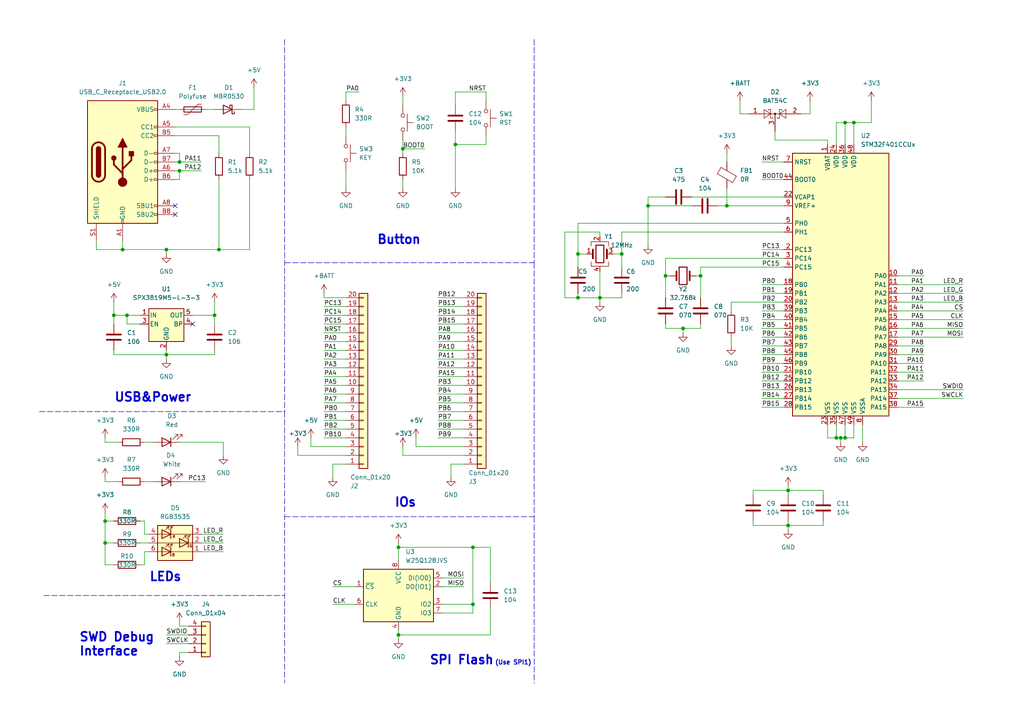
<source format=kicad_sch>
(kicad_sch (version 20211123) (generator eeschema)
  (paper "A4")
  (title_block (title "F401CCU6_Dev") (rev "V0.1") (company "LEXSION.NET"))
  (lib_symbols
    (symbol "Connector:USB_C_Receptacle_USB2.0" (pin_names (offset 1.016))
      (property "Reference" "J" (at -10.16 19.05 0))
      (property "Value" "USB_C_Receptacle_USB2.0" (at 19.05 19.05 0))
      (symbol "USB_C_Receptacle_USB2.0_1_1"
        (pin passive line (at 0 -22.86 90) (length 5.08) (name "GND") (number "A1"))
        (pin passive line (at 0 -22.86 90) (length 5.08) hide (name "GND") (number "A12"))
        (pin passive line (at 15.24 15.24 180) (length 5.08) (name "VBUS") (number "A4"))
        (pin bidirectional line (at 15.24 10.16 180) (length 5.08) (name "CC1") (number "A5"))
        (pin bidirectional line (at 15.24 -2.54 180) (length 5.08) (name "D+") (number "A6"))
        (pin bidirectional line (at 15.24 2.54 180) (length 5.08) (name "D-") (number "A7"))
        (pin bidirectional line (at 15.24 -12.7 180) (length 5.08) (name "SBU1") (number "A8"))
        (pin passive line (at 15.24 15.24 180) (length 5.08) hide (name "VBUS") (number "A9"))
        (pin passive line (at 0 -22.86 90) (length 5.08) hide (name "GND") (number "B1"))
        (pin passive line (at 0 -22.86 90) (length 5.08) hide (name "GND") (number "B12"))
        (pin passive line (at 15.24 15.24 180) (length 5.08) hide (name "VBUS") (number "B4"))
        (pin bidirectional line (at 15.24 7.62 180) (length 5.08) (name "CC2") (number "B5"))
        (pin bidirectional line (at 15.24 -5.08 180) (length 5.08) (name "D+") (number "B6"))
        (pin bidirectional line (at 15.24 0 180) (length 5.08) (name "D-") (number "B7"))
        (pin bidirectional line (at 15.24 -15.24 180) (length 5.08) (name "SBU2") (number "B8"))
        (pin passive line (at 15.24 15.24 180) (length 5.08) hide (name "VBUS") (number "B9"))
        (pin passive line (at -7.62 -22.86 90) (length 5.08) (name "SHIELD") (number "S1"))
      )
    )
    (symbol "Connector_Generic:Conn_01x04" (pin_names (offset 1.016) hide)
      (property "Reference" "J" (at 0 5.08 0))
      (property "Value" "Conn_01x04" (at 0 -7.62 0))
      (symbol "Conn_01x04_1_1"
        (pin passive line (at -5.08 2.54 0) (length 3.81) (name "Pin_1") (number "1"))
        (pin passive line (at -5.08 0 0) (length 3.81) (name "Pin_2") (number "2"))
        (pin passive line (at -5.08 -2.54 0) (length 3.81) (name "Pin_3") (number "3"))
        (pin passive line (at -5.08 -5.08 0) (length 3.81) (name "Pin_4") (number "4"))
      )
    )
    (symbol "Connector_Generic:Conn_01x20" (pin_names (offset 1.016) hide)
      (property "Reference" "J" (at 0 25.4 0))
      (property "Value" "Conn_01x20" (at 0 -27.94 0))
      (symbol "Conn_01x20_1_1"
        (pin passive line (at -5.08 22.86 0) (length 3.81) (name "Pin_1") (number "1"))
        (pin passive line (at -5.08 0 0) (length 3.81) (name "Pin_10") (number "10"))
        (pin passive line (at -5.08 -2.54 0) (length 3.81) (name "Pin_11") (number "11"))
        (pin passive line (at -5.08 -5.08 0) (length 3.81) (name "Pin_12") (number "12"))
        (pin passive line (at -5.08 -7.62 0) (length 3.81) (name "Pin_13") (number "13"))
        (pin passive line (at -5.08 -10.16 0) (length 3.81) (name "Pin_14") (number "14"))
        (pin passive line (at -5.08 -12.7 0) (length 3.81) (name "Pin_15") (number "15"))
        (pin passive line (at -5.08 -15.24 0) (length 3.81) (name "Pin_16") (number "16"))
        (pin passive line (at -5.08 -17.78 0) (length 3.81) (name "Pin_17") (number "17"))
        (pin passive line (at -5.08 -20.32 0) (length 3.81) (name "Pin_18") (number "18"))
        (pin passive line (at -5.08 -22.86 0) (length 3.81) (name "Pin_19") (number "19"))
        (pin passive line (at -5.08 20.32 0) (length 3.81) (name "Pin_2") (number "2"))
        (pin passive line (at -5.08 -25.4 0) (length 3.81) (name "Pin_20") (number "20"))
        (pin passive line (at -5.08 17.78 0) (length 3.81) (name "Pin_3") (number "3"))
        (pin passive line (at -5.08 15.24 0) (length 3.81) (name "Pin_4") (number "4"))
        (pin passive line (at -5.08 12.7 0) (length 3.81) (name "Pin_5") (number "5"))
        (pin passive line (at -5.08 10.16 0) (length 3.81) (name "Pin_6") (number "6"))
        (pin passive line (at -5.08 7.62 0) (length 3.81) (name "Pin_7") (number "7"))
        (pin passive line (at -5.08 5.08 0) (length 3.81) (name "Pin_8") (number "8"))
        (pin passive line (at -5.08 2.54 0) (length 3.81) (name "Pin_9") (number "9"))
      )
    )
    (symbol "Device:C" (pin_numbers hide) (pin_names (offset 0.254))
      (property "Reference" "C" (at 0.635 2.54 0))
      (property "Value" "C" (at 0.635 -2.54 0))
      (symbol "C_1_1"
        (pin passive line (at 0 3.81 270) (length 2.794) (name "~") (number "1"))
        (pin passive line (at 0 -3.81 90) (length 2.794) (name "~") (number "2"))
      )
    )
    (symbol "Device:Crystal" (pin_numbers hide) (pin_names (offset 1.016) hide)
      (property "Reference" "Y" (at 0 3.81 0))
      (property "Value" "Crystal" (at 0 -3.81 0))
      (symbol "Crystal_1_1"
        (pin passive line (at -3.81 0 0) (length 1.27) (name "1") (number "1"))
        (pin passive line (at 3.81 0 180) (length 1.27) (name "2") (number "2"))
      )
    )
    (symbol "Device:Crystal_GND24" (pin_names (offset 1.016) hide)
      (property "Reference" "Y" (at 3.175 5.08 0))
      (property "Value" "Crystal_GND24" (at 3.175 3.175 0))
      (symbol "Crystal_GND24_1_1"
        (pin passive line (at -3.81 0 0) (length 1.27) (name "1") (number "1"))
        (pin passive line (at 0 5.08 270) (length 1.27) (name "2") (number "2"))
        (pin passive line (at 3.81 0 180) (length 1.27) (name "3") (number "3"))
        (pin passive line (at 0 -5.08 90) (length 1.27) (name "4") (number "4"))
      )
    )
    (symbol "Device:FerriteBead" (pin_numbers hide) (pin_names (offset 0))
      (property "Reference" "FB" (at -3.81 0.635 90))
      (property "Value" "FerriteBead" (at 3.81 0 90))
      (symbol "FerriteBead_1_1"
        (pin passive line (at 0 3.81 270) (length 2.54) (name "~") (number "1"))
        (pin passive line (at 0 -3.81 90) (length 2.54) (name "~") (number "2"))
      )
    )
    (symbol "Device:LED" (pin_numbers hide) (pin_names (offset 1.016) hide)
      (property "Reference" "D" (at 0 2.54 0))
      (property "Value" "LED" (at 0 -2.54 0))
      (symbol "LED_1_1"
        (pin passive line (at -3.81 0 0) (length 2.54) (name "K") (number "1"))
        (pin passive line (at 3.81 0 180) (length 2.54) (name "A") (number "2"))
      )
    )
    (symbol "Device:Polyfuse" (pin_numbers hide) (pin_names (offset 0))
      (property "Reference" "F" (at -2.54 0 90))
      (property "Value" "Polyfuse" (at 2.54 0 90))
      (symbol "Polyfuse_1_1"
        (pin passive line (at 0 3.81 270) (length 1.27) (name "~") (number "1"))
        (pin passive line (at 0 -3.81 90) (length 1.27) (name "~") (number "2"))
      )
    )
    (symbol "Device:R" (pin_numbers hide) (pin_names (offset 0))
      (property "Reference" "R" (at 2.032 0 90))
      (property "Value" "R" (at 0 0 90))
      (symbol "R_1_1"
        (pin passive line (at 0 3.81 270) (length 1.27) (name "~") (number "1"))
        (pin passive line (at 0 -3.81 90) (length 1.27) (name "~") (number "2"))
      )
    )
    (symbol "Diode:BAT54C" (pin_names (offset 1.016))
      (property "Reference" "D" (at 0.635 -3.81 0))
      (property "Value" "BAT54C" (at -6.35 3.175 0))
      (symbol "BAT54C_1_1"
        (pin passive line (at -7.62 0 0) (length 3.81) (name "~") (number "1"))
        (pin passive line (at 7.62 0 180) (length 3.81) (name "~") (number "2"))
        (pin passive line (at 0 -5.08 90) (length 5.08) (name "~") (number "3"))
      )
    )
    (symbol "Diode:MBR0530" (pin_numbers hide) (pin_names (offset 1.016) hide)
      (property "Reference" "D" (at 0 2.54 0))
      (property "Value" "MBR0530" (at 0 -2.54 0))
      (symbol "MBR0530_1_1"
        (pin passive line (at -3.81 0 0) (length 2.54) (name "K") (number "1"))
        (pin passive line (at 3.81 0 180) (length 2.54) (name "A") (number "2"))
      )
    )
    (symbol "LED:ASMT-YTC2-0AA02" (pin_names hide)
      (property "Reference" "D" (at -5.08 6.35 0))
      (property "Value" "ASMT-YTC2-0AA02" (at -5.08 -6.35 0))
      (symbol "ASMT-YTC2-0AA02_0_0"
        (text "B" (at -0.508 -3.4544 0) (effects (font (size 0.762 0.762))))
        (text "G" (at 4.5466 -0.8382 0) (effects (font (size 0.762 0.762))))
        (text "R" (at -0.381 1.8034 0) (effects (font (size 0.762 0.762))))
      )
      (symbol "ASMT-YTC2-0AA02_1_1"
        (pin passive line (at 7.62 -2.54 180) (length 2.54) (name "KB") (number "1"))
        (pin passive line (at 7.62 0 180) (length 2.54) (name "KG") (number "2"))
        (pin passive line (at 7.62 2.54 180) (length 2.54) (name "KR") (number "3"))
        (pin passive line (at -7.62 2.54 0) (length 2.54) (name "AR") (number "4"))
        (pin passive line (at -7.62 0 0) (length 2.54) (name "AG") (number "5"))
        (pin passive line (at -7.62 -2.54 0) (length 2.54) (name "AB") (number "6"))
      )
    )
    (symbol "MCU_ST_STM32F4:STM32F401CCUx"
      (property "Reference" "U" (at -15.24 39.37 0))
      (property "Value" "STM32F401CCUx" (at 5.08 39.37 0))
      (symbol "STM32F401CCUx_1_1"
        (pin power_in line (at -5.08 40.64 270) (length 2.54) (name "VBAT") (number "1"))
        (pin bidirectional line (at 15.24 2.54 180) (length 2.54) (name "PA0") (number "10"))
        (pin bidirectional line (at 15.24 0 180) (length 2.54) (name "PA1") (number "11"))
        (pin bidirectional line (at 15.24 -2.54 180) (length 2.54) (name "PA2") (number "12"))
        (pin bidirectional line (at 15.24 -5.08 180) (length 2.54) (name "PA3") (number "13"))
        (pin bidirectional line (at 15.24 -7.62 180) (length 2.54) (name "PA4") (number "14"))
        (pin bidirectional line (at 15.24 -10.16 180) (length 2.54) (name "PA5") (number "15"))
        (pin bidirectional line (at 15.24 -12.7 180) (length 2.54) (name "PA6") (number "16"))
        (pin bidirectional line (at 15.24 -15.24 180) (length 2.54) (name "PA7") (number "17"))
        (pin bidirectional line (at -17.78 0 0) (length 2.54) (name "PB0") (number "18"))
        (pin bidirectional line (at -17.78 -2.54 0) (length 2.54) (name "PB1") (number "19"))
        (pin bidirectional line (at -17.78 10.16 0) (length 2.54) (name "PC13") (number "2"))
        (pin bidirectional line (at -17.78 -5.08 0) (length 2.54) (name "PB2") (number "20"))
        (pin bidirectional line (at -17.78 -25.4 0) (length 2.54) (name "PB10") (number "21"))
        (pin power_in line (at -17.78 25.4 0) (length 2.54) (name "VCAP1") (number "22"))
        (pin power_in line (at -5.08 -40.64 90) (length 2.54) (name "VSS") (number "23"))
        (pin power_in line (at -2.54 40.64 270) (length 2.54) (name "VDD") (number "24"))
        (pin bidirectional line (at -17.78 -27.94 0) (length 2.54) (name "PB12") (number "25"))
        (pin bidirectional line (at -17.78 -30.48 0) (length 2.54) (name "PB13") (number "26"))
        (pin bidirectional line (at -17.78 -33.02 0) (length 2.54) (name "PB14") (number "27"))
        (pin bidirectional line (at -17.78 -35.56 0) (length 2.54) (name "PB15") (number "28"))
        (pin bidirectional line (at 15.24 -17.78 180) (length 2.54) (name "PA8") (number "29"))
        (pin bidirectional line (at -17.78 7.62 0) (length 2.54) (name "PC14") (number "3"))
        (pin bidirectional line (at 15.24 -20.32 180) (length 2.54) (name "PA9") (number "30"))
        (pin bidirectional line (at 15.24 -22.86 180) (length 2.54) (name "PA10") (number "31"))
        (pin bidirectional line (at 15.24 -25.4 180) (length 2.54) (name "PA11") (number "32"))
        (pin bidirectional line (at 15.24 -27.94 180) (length 2.54) (name "PA12") (number "33"))
        (pin bidirectional line (at 15.24 -30.48 180) (length 2.54) (name "PA13") (number "34"))
        (pin power_in line (at -2.54 -40.64 90) (length 2.54) (name "VSS") (number "35"))
        (pin power_in line (at 0 40.64 270) (length 2.54) (name "VDD") (number "36"))
        (pin bidirectional line (at 15.24 -33.02 180) (length 2.54) (name "PA14") (number "37"))
        (pin bidirectional line (at 15.24 -35.56 180) (length 2.54) (name "PA15") (number "38"))
        (pin bidirectional line (at -17.78 -7.62 0) (length 2.54) (name "PB3") (number "39"))
        (pin bidirectional line (at -17.78 5.08 0) (length 2.54) (name "PC15") (number "4"))
        (pin bidirectional line (at -17.78 -10.16 0) (length 2.54) (name "PB4") (number "40"))
        (pin bidirectional line (at -17.78 -12.7 0) (length 2.54) (name "PB5") (number "41"))
        (pin bidirectional line (at -17.78 -15.24 0) (length 2.54) (name "PB6") (number "42"))
        (pin bidirectional line (at -17.78 -17.78 0) (length 2.54) (name "PB7") (number "43"))
        (pin input line (at -17.78 30.48 0) (length 2.54) (name "BOOT0") (number "44"))
        (pin bidirectional line (at -17.78 -20.32 0) (length 2.54) (name "PB8") (number "45"))
        (pin bidirectional line (at -17.78 -22.86 0) (length 2.54) (name "PB9") (number "46"))
        (pin power_in line (at 0 -40.64 90) (length 2.54) (name "VSS") (number "47"))
        (pin power_in line (at 2.54 40.64 270) (length 2.54) (name "VDD") (number "48"))
        (pin power_in line (at 2.54 -40.64 90) (length 2.54) (name "VSS") (number "49"))
        (pin input line (at -17.78 17.78 0) (length 2.54) (name "PH0") (number "5"))
        (pin input line (at -17.78 15.24 0) (length 2.54) (name "PH1") (number "6"))
        (pin input line (at -17.78 35.56 0) (length 2.54) (name "NRST") (number "7"))
        (pin power_in line (at 5.08 -40.64 90) (length 2.54) (name "VSSA") (number "8"))
        (pin power_in line (at -17.78 22.86 0) (length 2.54) (name "VREF+") (number "9"))
      )
    )
    (symbol "Memory_Flash:W25Q128JVS"
      (property "Reference" "U" (at -8.89 8.89 0))
      (property "Value" "W25Q128JVS" (at 7.62 8.89 0))
      (symbol "W25Q128JVS_1_1"
        (pin input line (at -12.7 2.54 0) (length 2.54) (name "~{CS}") (number "1"))
        (pin bidirectional line (at 12.7 2.54 180) (length 2.54) (name "DO(IO1)") (number "2"))
        (pin bidirectional line (at 12.7 -2.54 180) (length 2.54) (name "IO2") (number "3"))
        (pin power_in line (at 0 -10.16 90) (length 2.54) (name "GND") (number "4"))
        (pin bidirectional line (at 12.7 5.08 180) (length 2.54) (name "DI(IO0)") (number "5"))
        (pin input line (at -12.7 -2.54 0) (length 2.54) (name "CLK") (number "6"))
        (pin bidirectional line (at 12.7 -5.08 180) (length 2.54) (name "IO3") (number "7"))
        (pin power_in line (at 0 10.16 270) (length 2.54) (name "VCC") (number "8"))
      )
    )
    (symbol "Regulator_Linear:SPX3819M5-L-3-3" (pin_names (offset 0.254))
      (property "Reference" "U" (at -3.81 5.715 0))
      (property "Value" "SPX3819M5-L-3-3" (at 0 5.715 0))
      (symbol "SPX3819M5-L-3-3_1_1"
        (pin power_in line (at -7.62 2.54 0) (length 2.54) (name "IN") (number "1"))
        (pin power_in line (at 0 -7.62 90) (length 2.54) (name "GND") (number "2"))
        (pin input line (at -7.62 0 0) (length 2.54) (name "EN") (number "3"))
        (pin input line (at 7.62 0 180) (length 2.54) (name "BP") (number "4"))
        (pin power_out line (at 7.62 2.54 180) (length 2.54) (name "OUT") (number "5"))
      )
    )
    (symbol "Switch:SW_Push" (pin_numbers hide) (pin_names (offset 1.016) hide)
      (property "Reference" "SW" (at 1.27 2.54 0))
      (property "Value" "SW_Push" (at 0 -1.524 0))
      (symbol "SW_Push_0_1"
        (pin passive line (at -5.08 0 0) (length 2.54) (name "1") (number "1"))
        (pin passive line (at 5.08 0 180) (length 2.54) (name "2") (number "2"))
      )
    )
    (symbol "power:+3V3" (power) (pin_names (offset 0))
      (property "Value" "+3V3" (at 0 3.556 0))
      (symbol "+3V3_1_1"
        (pin power_in line (at 0 0 90) (length 0) hide (name "+3V3") (number "1"))
      )
    )
    (symbol "power:+5V" (power) (pin_names (offset 0))
      (property "Value" "+5V" (at 0 3.556 0))
      (symbol "+5V_1_1"
        (pin power_in line (at 0 0 90) (length 0) hide (name "+5V") (number "1"))
      )
    )
    (symbol "power:+BATT" (power) (pin_names (offset 0))
      (property "Value" "+BATT" (at 0 3.556 0))
      (symbol "+BATT_1_1"
        (pin power_in line (at 0 0 90) (length 0) hide (name "+BATT") (number "1"))
      )
    )
    (symbol "power:GND" (power) (pin_names (offset 0))
      (property "Value" "GND" (at 0 -3.81 0))
      (symbol "GND_1_1"
        (pin power_in line (at 0 0 270) (length 0) hide (name "GND") (number "1"))
      )
    )
  )
  (junction (at 247.65 35.56))
  (junction (at 137.16 175.26))
  (junction (at 243.84 127))
  (junction (at 167.64 86.36))
  (junction (at 228.6 142.24))
  (junction (at 36.83 91.44))
  (junction (at 210.82 59.69))
  (junction (at 245.11 127))
  (junction (at 228.6 152.4))
  (junction (at 198.12 95.25))
  (junction (at 115.57 158.75))
  (junction (at 115.57 184.15))
  (junction (at 173.99 86.36))
  (junction (at 35.56 72.39))
  (junction (at 33.02 91.44))
  (junction (at 30.48 151.13))
  (junction (at 62.23 91.44))
  (junction (at 63.5 72.39))
  (junction (at 52.07 49.53))
  (junction (at 193.04 80.01))
  (junction (at 116.84 43.18))
  (junction (at 187.96 59.69))
  (junction (at 30.48 157.48))
  (junction (at 203.2 80.01))
  (junction (at 242.57 127))
  (junction (at 167.64 73.66))
  (junction (at 245.11 35.56))
  (junction (at 132.08 41.91))
  (junction (at 180.34 73.66))
  (junction (at 52.07 46.99))
  (junction (at 137.16 158.75))
  (junction (at 48.26 102.87))
  (junction (at 48.26 72.39))
  (no_connect (at 50.8 59.69))
  (no_connect (at 50.8 62.23))
  (no_connect (at 55.88 93.98))
  (wire (pts (xy 41.91 163.83) (xy 41.91 160.02)))
  (wire (pts (xy 242.57 35.56) (xy 242.57 41.91)))
  (wire (pts (xy 104.14 26.67) (xy 100.33 26.67)))
  (wire (pts (xy 93.98 99.06) (xy 100.33 99.06)))
  (wire (pts (xy 55.88 91.44) (xy 62.23 91.44)))
  (wire (pts (xy 41.91 139.7) (xy 44.45 139.7)))
  (wire (pts (xy 41.91 151.13) (xy 41.91 154.94)))
  (wire (pts (xy 167.64 73.66) (xy 167.64 77.47)))
  (wire (pts (xy 62.23 87.63) (xy 62.23 91.44)))
  (wire (pts (xy 128.27 170.18) (xy 134.62 170.18)))
  (wire (pts (xy 41.91 154.94) (xy 43.18 154.94)))
  (wire (pts (xy 93.98 91.44) (xy 100.33 91.44)))
  (wire (pts (xy 167.64 86.36) (xy 173.99 86.36)))
  (wire (pts (xy 40.64 163.83) (xy 41.91 163.83)))
  (wire (pts (xy 50.8 36.83) (xy 72.39 36.83)))
  (wire (pts (xy 201.93 80.01) (xy 203.2 80.01)))
  (wire (pts (xy 220.98 52.07) (xy 227.33 52.07)))
  (wire (pts (xy 220.98 102.87) (xy 227.33 102.87)))
  (wire (pts (xy 115.57 182.88) (xy 115.57 184.15)))
  (wire (pts (xy 127 109.22) (xy 134.62 109.22)))
  (wire (pts (xy 203.2 95.25) (xy 203.2 93.98)))
  (wire (pts (xy 232.41 33.02) (xy 234.95 33.02)))
  (wire (pts (xy 100.33 49.53) (xy 100.33 54.61)))
  (wire (pts (xy 260.35 95.25) (xy 279.4 95.25)))
  (wire (pts (xy 120.65 127) (xy 120.65 129.54)))
  (wire (pts (xy 228.6 151.13) (xy 228.6 152.4)))
  (wire (pts (xy 73.66 31.75) (xy 73.66 25.4)))
  (wire (pts (xy 260.35 80.01) (xy 267.97 80.01)))
  (wire (pts (xy 58.42 157.48) (xy 64.77 157.48)))
  (wire (pts (xy 30.48 128.27) (xy 34.29 128.27)))
  (wire (pts (xy 93.98 104.14) (xy 100.33 104.14)))
  (wire (pts (xy 193.04 80.01) (xy 193.04 74.93)))
  (wire (pts (xy 96.52 138.43) (xy 96.52 134.62)))
  (wire (pts (xy 90.17 127) (xy 90.17 129.54)))
  (wire (pts (xy 247.65 35.56) (xy 247.65 41.91)))
  (wire (pts (xy 163.83 67.31) (xy 163.83 86.36)))
  (wire (pts (xy 210.82 44.45) (xy 210.82 46.99)))
  (wire (pts (xy 36.83 91.44) (xy 36.83 93.98)))
  (wire (pts (xy 127 88.9) (xy 134.62 88.9)))
  (wire (pts (xy 93.98 114.3) (xy 100.33 114.3)))
  (wire (pts (xy 137.16 177.8) (xy 137.16 175.26)))
  (wire (pts (xy 130.81 134.62) (xy 134.62 134.62)))
  (wire (pts (xy 27.94 69.85) (xy 27.94 72.39)))
  (wire (pts (xy 72.39 72.39) (xy 63.5 72.39)))
  (wire (pts (xy 27.94 72.39) (xy 35.56 72.39)))
  (wire (pts (xy 50.8 31.75) (xy 52.07 31.75)))
  (wire (pts (xy 33.02 91.44) (xy 36.83 91.44)))
  (wire (pts (xy 127 93.98) (xy 134.62 93.98)))
  (wire (pts (xy 220.98 118.11) (xy 227.33 118.11)))
  (wire (pts (xy 167.64 73.66) (xy 167.64 64.77)))
  (wire (pts (xy 224.79 38.1) (xy 224.79 40.64)))
  (wire (pts (xy 238.76 152.4) (xy 238.76 151.13)))
  (polyline (pts (xy 154.94 76.2) (xy 154.94 149.86)))
  (wire (pts (xy 240.03 127) (xy 242.57 127)))
  (wire (pts (xy 33.02 102.87) (xy 48.26 102.87)))
  (wire (pts (xy 127 116.84) (xy 134.62 116.84)))
  (wire (pts (xy 116.84 52.07) (xy 116.84 54.61)))
  (wire (pts (xy 93.98 106.68) (xy 100.33 106.68)))
  (wire (pts (xy 243.84 127) (xy 245.11 127)))
  (polyline (pts (xy 154.94 149.86) (xy 154.94 198.12)))
  (wire (pts (xy 127 86.36) (xy 134.62 86.36)))
  (wire (pts (xy 212.09 87.63) (xy 212.09 90.17)))
  (wire (pts (xy 198.12 95.25) (xy 203.2 95.25)))
  (wire (pts (xy 93.98 124.46) (xy 100.33 124.46)))
  (wire (pts (xy 52.07 190.5) (xy 52.07 189.23)))
  (polyline (pts (xy 82.55 149.86) (xy 154.94 149.86)))
  (wire (pts (xy 227.33 77.47) (xy 203.2 77.47)))
  (wire (pts (xy 35.56 72.39) (xy 48.26 72.39)))
  (wire (pts (xy 52.07 46.99) (xy 58.42 46.99)))
  (wire (pts (xy 245.11 123.19) (xy 245.11 127)))
  (wire (pts (xy 52.07 44.45) (xy 52.07 46.99)))
  (wire (pts (xy 62.23 102.87) (xy 48.26 102.87)))
  (wire (pts (xy 220.98 97.79) (xy 227.33 97.79)))
  (wire (pts (xy 127 127) (xy 134.62 127)))
  (polyline (pts (xy 154.94 11.43) (xy 154.94 76.2)))
  (wire (pts (xy 128.27 175.26) (xy 137.16 175.26)))
  (wire (pts (xy 260.35 87.63) (xy 279.4 87.63)))
  (wire (pts (xy 220.98 46.99) (xy 227.33 46.99)))
  (wire (pts (xy 173.99 68.58) (xy 173.99 67.31)))
  (wire (pts (xy 41.91 160.02) (xy 43.18 160.02)))
  (wire (pts (xy 218.44 142.24) (xy 228.6 142.24)))
  (wire (pts (xy 72.39 52.07) (xy 72.39 72.39)))
  (wire (pts (xy 48.26 184.15) (xy 54.61 184.15)))
  (wire (pts (xy 228.6 142.24) (xy 228.6 143.51)))
  (wire (pts (xy 100.33 36.83) (xy 100.33 39.37)))
  (polyline (pts (xy 11.43 119.38) (xy 82.55 119.38)))
  (wire (pts (xy 30.48 127) (xy 30.48 128.27)))
  (wire (pts (xy 93.98 127) (xy 100.33 127)))
  (wire (pts (xy 220.98 92.71) (xy 227.33 92.71)))
  (wire (pts (xy 48.26 101.6) (xy 48.26 102.87)))
  (wire (pts (xy 30.48 157.48) (xy 30.48 163.83)))
  (wire (pts (xy 220.98 113.03) (xy 227.33 113.03)))
  (wire (pts (xy 41.91 128.27) (xy 44.45 128.27)))
  (wire (pts (xy 93.98 109.22) (xy 100.33 109.22)))
  (wire (pts (xy 137.16 175.26) (xy 137.16 158.75)))
  (wire (pts (xy 260.35 85.09) (xy 279.4 85.09)))
  (wire (pts (xy 260.35 110.49) (xy 267.97 110.49)))
  (wire (pts (xy 137.16 158.75) (xy 142.24 158.75)))
  (wire (pts (xy 127 101.6) (xy 134.62 101.6)))
  (wire (pts (xy 48.26 102.87) (xy 48.26 104.14)))
  (wire (pts (xy 260.35 102.87) (xy 267.97 102.87)))
  (wire (pts (xy 177.8 73.66) (xy 180.34 73.66)))
  (wire (pts (xy 220.98 115.57) (xy 227.33 115.57)))
  (wire (pts (xy 59.69 31.75) (xy 62.23 31.75)))
  (wire (pts (xy 243.84 127) (xy 243.84 128.27)))
  (wire (pts (xy 63.5 72.39) (xy 48.26 72.39)))
  (wire (pts (xy 128.27 177.8) (xy 137.16 177.8)))
  (wire (pts (xy 180.34 73.66) (xy 180.34 77.47)))
  (wire (pts (xy 218.44 152.4) (xy 228.6 152.4)))
  (wire (pts (xy 69.85 31.75) (xy 73.66 31.75)))
  (wire (pts (xy 127 121.92) (xy 134.62 121.92)))
  (wire (pts (xy 93.98 86.36) (xy 100.33 86.36)))
  (wire (pts (xy 193.04 93.98) (xy 193.04 95.25)))
  (wire (pts (xy 30.48 138.43) (xy 30.48 139.7)))
  (wire (pts (xy 203.2 77.47) (xy 203.2 80.01)))
  (wire (pts (xy 132.08 41.91) (xy 140.97 41.91)))
  (wire (pts (xy 220.98 72.39) (xy 227.33 72.39)))
  (wire (pts (xy 115.57 158.75) (xy 115.57 162.56)))
  (wire (pts (xy 167.64 64.77) (xy 227.33 64.77)))
  (wire (pts (xy 127 99.06) (xy 134.62 99.06)))
  (wire (pts (xy 245.11 35.56) (xy 242.57 35.56)))
  (wire (pts (xy 252.73 29.21) (xy 252.73 35.56)))
  (wire (pts (xy 193.04 80.01) (xy 194.31 80.01)))
  (wire (pts (xy 234.95 33.02) (xy 234.95 29.21)))
  (wire (pts (xy 250.19 123.19) (xy 250.19 128.27)))
  (wire (pts (xy 173.99 86.36) (xy 173.99 87.63)))
  (wire (pts (xy 127 111.76) (xy 134.62 111.76)))
  (wire (pts (xy 40.64 93.98) (xy 36.83 93.98)))
  (wire (pts (xy 30.48 139.7) (xy 34.29 139.7)))
  (polyline (pts (xy 82.55 76.2) (xy 154.94 76.2)))
  (wire (pts (xy 52.07 139.7) (xy 59.69 139.7)))
  (wire (pts (xy 36.83 91.44) (xy 40.64 91.44)))
  (wire (pts (xy 130.81 138.43) (xy 130.81 134.62)))
  (wire (pts (xy 120.65 129.54) (xy 134.62 129.54)))
  (wire (pts (xy 30.48 148.59) (xy 30.48 151.13)))
  (wire (pts (xy 116.84 40.64) (xy 116.84 43.18)))
  (wire (pts (xy 62.23 91.44) (xy 62.23 93.98)))
  (wire (pts (xy 260.35 118.11) (xy 267.97 118.11)))
  (wire (pts (xy 140.97 26.67) (xy 140.97 29.21)))
  (wire (pts (xy 127 119.38) (xy 134.62 119.38)))
  (wire (pts (xy 260.35 92.71) (xy 279.4 92.71)))
  (wire (pts (xy 52.07 49.53) (xy 58.42 49.53)))
  (wire (pts (xy 228.6 140.97) (xy 228.6 142.24)))
  (wire (pts (xy 208.28 59.69) (xy 210.82 59.69)))
  (wire (pts (xy 50.8 52.07) (xy 52.07 52.07)))
  (wire (pts (xy 170.18 73.66) (xy 167.64 73.66)))
  (wire (pts (xy 48.26 186.69) (xy 54.61 186.69)))
  (wire (pts (xy 50.8 44.45) (xy 52.07 44.45)))
  (wire (pts (xy 210.82 59.69) (xy 227.33 59.69)))
  (wire (pts (xy 220.98 107.95) (xy 227.33 107.95)))
  (wire (pts (xy 93.98 119.38) (xy 100.33 119.38)))
  (wire (pts (xy 220.98 90.17) (xy 227.33 90.17)))
  (wire (pts (xy 173.99 67.31) (xy 163.83 67.31)))
  (wire (pts (xy 127 114.3) (xy 134.62 114.3)))
  (wire (pts (xy 180.34 86.36) (xy 180.34 85.09)))
  (wire (pts (xy 132.08 41.91) (xy 132.08 54.61)))
  (wire (pts (xy 115.57 158.75) (xy 115.57 157.48)))
  (wire (pts (xy 260.35 97.79) (xy 279.4 97.79)))
  (wire (pts (xy 200.66 57.15) (xy 227.33 57.15)))
  (polyline (pts (xy 82.55 11.43) (xy 82.55 119.38)))
  (wire (pts (xy 93.98 111.76) (xy 100.33 111.76)))
  (wire (pts (xy 260.35 100.33) (xy 267.97 100.33)))
  (wire (pts (xy 116.84 43.18) (xy 116.84 44.45)))
  (wire (pts (xy 128.27 167.64) (xy 134.62 167.64)))
  (wire (pts (xy 96.52 170.18) (xy 102.87 170.18)))
  (wire (pts (xy 180.34 67.31) (xy 227.33 67.31)))
  (wire (pts (xy 198.12 95.25) (xy 198.12 96.52)))
  (wire (pts (xy 260.35 115.57) (xy 279.4 115.57)))
  (wire (pts (xy 58.42 154.94) (xy 64.77 154.94)))
  (wire (pts (xy 93.98 96.52) (xy 100.33 96.52)))
  (wire (pts (xy 218.44 151.13) (xy 218.44 152.4)))
  (wire (pts (xy 245.11 127) (xy 247.65 127)))
  (wire (pts (xy 218.44 143.51) (xy 218.44 142.24)))
  (wire (pts (xy 137.16 158.75) (xy 115.57 158.75)))
  (wire (pts (xy 33.02 101.6) (xy 33.02 102.87)))
  (wire (pts (xy 116.84 132.08) (xy 134.62 132.08)))
  (wire (pts (xy 187.96 59.69) (xy 187.96 71.12)))
  (wire (pts (xy 52.07 52.07) (xy 52.07 49.53)))
  (wire (pts (xy 217.17 33.02) (xy 214.63 33.02)))
  (wire (pts (xy 242.57 127) (xy 243.84 127)))
  (wire (pts (xy 240.03 40.64) (xy 240.03 41.91)))
  (wire (pts (xy 203.2 80.01) (xy 203.2 86.36)))
  (wire (pts (xy 127 91.44) (xy 134.62 91.44)))
  (wire (pts (xy 50.8 49.53) (xy 52.07 49.53)))
  (wire (pts (xy 40.64 151.13) (xy 41.91 151.13)))
  (wire (pts (xy 35.56 69.85) (xy 35.56 72.39)))
  (wire (pts (xy 228.6 152.4) (xy 238.76 152.4)))
  (wire (pts (xy 100.33 26.67) (xy 100.33 29.21)))
  (polyline (pts (xy 12.7 172.72) (xy 74.93 172.72)))
  (wire (pts (xy 193.04 86.36) (xy 193.04 80.01)))
  (wire (pts (xy 40.64 157.48) (xy 43.18 157.48)))
  (wire (pts (xy 252.73 35.56) (xy 247.65 35.56)))
  (wire (pts (xy 127 106.68) (xy 134.62 106.68)))
  (wire (pts (xy 50.8 39.37) (xy 63.5 39.37)))
  (wire (pts (xy 116.84 27.94) (xy 116.84 30.48)))
  (wire (pts (xy 245.11 35.56) (xy 245.11 41.91)))
  (wire (pts (xy 220.98 110.49) (xy 227.33 110.49)))
  (wire (pts (xy 115.57 185.42) (xy 115.57 184.15)))
  (wire (pts (xy 242.57 123.19) (xy 242.57 127)))
  (wire (pts (xy 48.26 72.39) (xy 48.26 73.66)))
  (wire (pts (xy 58.42 160.02) (xy 64.77 160.02)))
  (wire (pts (xy 52.07 189.23) (xy 54.61 189.23)))
  (wire (pts (xy 227.33 87.63) (xy 212.09 87.63)))
  (wire (pts (xy 224.79 40.64) (xy 240.03 40.64)))
  (wire (pts (xy 220.98 82.55) (xy 227.33 82.55)))
  (wire (pts (xy 132.08 30.48) (xy 132.08 26.67)))
  (wire (pts (xy 30.48 163.83) (xy 33.02 163.83)))
  (wire (pts (xy 167.64 85.09) (xy 167.64 86.36)))
  (wire (pts (xy 214.63 33.02) (xy 214.63 29.21)))
  (wire (pts (xy 260.35 105.41) (xy 267.97 105.41)))
  (wire (pts (xy 220.98 85.09) (xy 227.33 85.09)))
  (polyline (pts (xy 74.93 172.72) (xy 82.55 172.72)))
  (wire (pts (xy 116.84 43.18) (xy 123.19 43.18)))
  (wire (pts (xy 64.77 128.27) (xy 52.07 128.27)))
  (wire (pts (xy 116.84 129.54) (xy 116.84 132.08)))
  (wire (pts (xy 93.98 88.9) (xy 100.33 88.9)))
  (wire (pts (xy 228.6 152.4) (xy 228.6 153.67)))
  (wire (pts (xy 127 96.52) (xy 134.62 96.52)))
  (polyline (pts (xy 82.55 119.38) (xy 82.55 198.12)))
  (wire (pts (xy 93.98 93.98) (xy 100.33 93.98)))
  (wire (pts (xy 180.34 67.31) (xy 180.34 73.66)))
  (wire (pts (xy 210.82 54.61) (xy 210.82 59.69)))
  (wire (pts (xy 63.5 52.07) (xy 63.5 72.39)))
  (wire (pts (xy 260.35 90.17) (xy 279.4 90.17)))
  (wire (pts (xy 142.24 158.75) (xy 142.24 168.91)))
  (wire (pts (xy 63.5 39.37) (xy 63.5 44.45)))
  (wire (pts (xy 228.6 142.24) (xy 238.76 142.24)))
  (wire (pts (xy 193.04 57.15) (xy 187.96 57.15)))
  (wire (pts (xy 240.03 123.19) (xy 240.03 127)))
  (wire (pts (xy 220.98 95.25) (xy 227.33 95.25)))
  (wire (pts (xy 33.02 91.44) (xy 33.02 93.98)))
  (wire (pts (xy 193.04 95.25) (xy 198.12 95.25)))
  (wire (pts (xy 260.35 113.03) (xy 279.4 113.03)))
  (wire (pts (xy 247.65 127) (xy 247.65 123.19)))
  (wire (pts (xy 247.65 35.56) (xy 245.11 35.56)))
  (wire (pts (xy 220.98 100.33) (xy 227.33 100.33)))
  (wire (pts (xy 260.35 82.55) (xy 279.4 82.55)))
  (wire (pts (xy 86.36 129.54) (xy 86.36 132.08)))
  (wire (pts (xy 132.08 38.1) (xy 132.08 41.91)))
  (wire (pts (xy 90.17 129.54) (xy 100.33 129.54)))
  (wire (pts (xy 127 124.46) (xy 134.62 124.46)))
  (wire (pts (xy 93.98 116.84) (xy 100.33 116.84)))
  (wire (pts (xy 142.24 176.53) (xy 142.24 184.15)))
  (wire (pts (xy 260.35 107.95) (xy 267.97 107.95)))
  (wire (pts (xy 96.52 134.62) (xy 100.33 134.62)))
  (wire (pts (xy 163.83 86.36) (xy 167.64 86.36)))
  (wire (pts (xy 30.48 151.13) (xy 33.02 151.13)))
  (wire (pts (xy 72.39 36.83) (xy 72.39 44.45)))
  (wire (pts (xy 93.98 85.09) (xy 93.98 86.36)))
  (wire (pts (xy 52.07 181.61) (xy 54.61 181.61)))
  (wire (pts (xy 64.77 132.08) (xy 64.77 128.27)))
  (wire (pts (xy 140.97 41.91) (xy 140.97 39.37)))
  (wire (pts (xy 238.76 142.24) (xy 238.76 143.51)))
  (wire (pts (xy 30.48 151.13) (xy 30.48 157.48)))
  (wire (pts (xy 33.02 87.63) (xy 33.02 91.44)))
  (wire (pts (xy 132.08 26.67) (xy 140.97 26.67)))
  (wire (pts (xy 62.23 101.6) (xy 62.23 102.87)))
  (wire (pts (xy 93.98 101.6) (xy 100.33 101.6)))
  (wire (pts (xy 86.36 132.08) (xy 100.33 132.08)))
  (wire (pts (xy 193.04 74.93) (xy 227.33 74.93)))
  (wire (pts (xy 173.99 78.74) (xy 173.99 86.36)))
  (wire (pts (xy 187.96 57.15) (xy 187.96 59.69)))
  (wire (pts (xy 96.52 175.26) (xy 102.87 175.26)))
  (wire (pts (xy 52.07 180.34) (xy 52.07 181.61)))
  (wire (pts (xy 127 104.14) (xy 134.62 104.14)))
  (wire (pts (xy 30.48 157.48) (xy 33.02 157.48)))
  (wire (pts (xy 187.96 59.69) (xy 200.66 59.69)))
  (wire (pts (xy 93.98 121.92) (xy 100.33 121.92)))
  (wire (pts (xy 220.98 105.41) (xy 227.33 105.41)))
  (wire (pts (xy 212.09 97.79) (xy 212.09 100.33)))
  (wire (pts (xy 173.99 86.36) (xy 180.34 86.36)))
  (wire (pts (xy 142.24 184.15) (xy 115.57 184.15)))
  (wire (pts (xy 50.8 46.99) (xy 52.07 46.99)))
  (text "(Use SPI1)" (at 143.51 193.04 0) (effects (font (size 1.27 1.27) bold) (justify left bottom)))
  (text "LEDs" (at 43.18 168.91 0) (effects (font (size 2.54 2.54) bold) (justify left bottom)))
  (text "Button" (at 109.22 71.12 0) (effects (font (size 2.54 2.54) (thickness 0.508) bold) (justify left bottom)))
  (text "USB&Power" (at 33.02 116.84 0) (effects (font (size 2.54 2.54) bold) (justify left bottom)))
  (text "IOs" (at 114.3 147.32 0) (effects (font (size 2.54 2.54) bold) (justify left bottom)))
  (text "SPI Flash" (at 124.46 193.04 0) (effects (font (size 2.54 2.54) (thickness 0.508) bold) (justify left bottom)))
  (text "SWD Debug\nInterface" (at 22.86 190.5 0) (effects (font (size 2.54 2.54) (thickness 0.508) bold) (justify left bottom)))
  (label "PB8" (at 127 124.46 0))
  (label "SWCLK" (at 279.4 115.57 180))
  (label "LED_R" (at 279.4 82.55 180))
  (label "PA10" (at 267.97 105.41 180))
  (label "PB3" (at 127 111.76 0))
  (label "PC14" (at 220.98 74.93 0))
  (label "SWDIO" (at 48.26 184.15 0))
  (label "PB2" (at 220.98 87.63 0))
  (label "LED_R" (at 64.77 154.94 180))
  (label "PB15" (at 220.98 118.11 0))
  (label "PA11" (at 58.42 46.99 180))
  (label "PA2" (at 93.98 104.14 0))
  (label "MOSI" (at 134.62 167.64 180))
  (label "PA11" (at 267.97 107.95 180))
  (label "MOSI" (at 279.4 97.79 180))
  (label "PB6" (at 220.98 97.79 0))
  (label "PB12" (at 127 86.36 0))
  (label "PA12" (at 127 106.68 0))
  (label "PA3" (at 267.97 87.63 180))
  (label "CLK" (at 279.4 92.71 180))
  (label "PB7" (at 127 121.92 0))
  (label "PC13" (at 93.98 88.9 0))
  (label "NRST" (at 140.97 26.67 180))
  (label "PA5" (at 93.98 111.76 0))
  (label "PA4" (at 93.98 109.22 0))
  (label "PB6" (at 127 119.38 0))
  (label "PA0" (at 93.98 99.06 0))
  (label "PA8" (at 267.97 100.33 180))
  (label "PB7" (at 220.98 100.33 0))
  (label "PB10" (at 220.98 107.95 0))
  (label "PA15" (at 267.97 118.11 180))
  (label "PA12" (at 267.97 110.49 180))
  (label "PB8" (at 220.98 102.87 0))
  (label "PA10" (at 127 101.6 0))
  (label "PA7" (at 93.98 116.84 0))
  (label "PC15" (at 220.98 77.47 0))
  (label "PA11" (at 127 104.14 0))
  (label "PA1" (at 93.98 101.6 0))
  (label "PB2" (at 93.98 124.46 0))
  (label "PB14" (at 220.98 115.57 0))
  (label "PB10" (at 93.98 127 0))
  (label "PA3" (at 93.98 106.68 0))
  (label "BOOT0" (at 123.19 43.18 180))
  (label "PA9" (at 127 99.06 0))
  (label "PA1" (at 267.97 82.55 180))
  (label "PB1" (at 220.98 85.09 0))
  (label "PA5" (at 267.97 92.71 180))
  (label "CS" (at 96.52 170.18 0))
  (label "PA12" (at 58.42 49.53 180))
  (label "PA0" (at 104.14 26.67 180))
  (label "PC14" (at 93.98 91.44 0))
  (label "LED_B" (at 279.4 87.63 180))
  (label "PC13" (at 59.69 139.7 180))
  (label "PB0" (at 93.98 119.38 0))
  (label "PB13" (at 220.98 113.03 0))
  (label "BOOT0" (at 220.98 52.07 0))
  (label "PA2" (at 267.97 85.09 180))
  (label "LED_B" (at 64.77 160.02 180))
  (label "NRST" (at 220.98 46.99 0))
  (label "PC13" (at 220.98 72.39 0))
  (label "PB12" (at 220.98 110.49 0))
  (label "PA0" (at 267.97 80.01 180))
  (label "CLK" (at 96.52 175.26 0))
  (label "PB9" (at 127 127 0))
  (label "LED_G" (at 64.77 157.48 180))
  (label "PB3" (at 220.98 90.17 0))
  (label "PB1" (at 93.98 121.92 0))
  (label "PB4" (at 127 114.3 0))
  (label "PA9" (at 267.97 102.87 180))
  (label "SWCLK" (at 48.26 186.69 0))
  (label "PA4" (at 267.97 90.17 180))
  (label "PB5" (at 127 116.84 0))
  (label "MISO" (at 134.62 170.18 180))
  (label "NRST" (at 93.98 96.52 0))
  (label "PA15" (at 127 109.22 0))
  (label "PB15" (at 127 93.98 0))
  (label "PA6" (at 267.97 95.25 180))
  (label "PB0" (at 220.98 82.55 0))
  (label "PB5" (at 220.98 95.25 0))
  (label "MISO" (at 279.4 95.25 180))
  (label "SWDIO" (at 279.4 113.03 180))
  (label "PB9" (at 220.98 105.41 0))
  (label "PA6" (at 93.98 114.3 0))
  (label "LED_G" (at 279.4 85.09 180))
  (label "PA7" (at 267.97 97.79 180))
  (label "PA8" (at 127 96.52 0))
  (label "PB13" (at 127 88.9 0))
  (label "PC15" (at 93.98 93.98 0))
  (label "PB14" (at 127 91.44 0))
  (label "CS" (at 279.4 90.17 180))
  (label "PB4" (at 220.98 92.71 0))
  (symbol (lib_id "power:+3V3") (at 30.48 148.59 0) (unit 1)
    (property "Reference" "#PWR025" (effects hide))
    (property "Value" "+3V3" (at 30.48 143.51 0))
  )
  (symbol (lib_id "Device:C") (at 203.2 90.17 0) (unit 1)
    (property "Reference" "C8" (at 207.01 88.8999 0) (effects (justify left)))
    (property "Value" "070" (at 207.01 91.4399 0) (effects (justify left)))
    (property "Footprint" "Capacitor_SMD:C_0402_1005Metric" (effects hide))
  )
  (symbol (lib_id "Device:C") (at 33.02 97.79 0) (unit 1)
    (property "Reference" "C1" (at 36.83 96.5199 0) (effects (justify left)))
    (property "Value" "106" (at 36.83 99.0599 0) (effects (justify left)))
    (property "Footprint" "Capacitor_SMD:C_0603_1608Metric" (effects hide))
  )
  (symbol (lib_id "power:GND") (at 64.77 132.08 0) (unit 1)
    (property "Reference" "#PWR023" (effects hide))
    (property "Value" "GND" (at 64.77 137.16 0))
  )
  (symbol (lib_id "Device:Crystal_GND24") (at 173.99 73.66 0) (unit 1)
    (property "Reference" "Y1" (at 176.53 68.58 0))
    (property "Value" "12MHz" (at 180.34 71.12 0))
    (property "Footprint" "Crystal:Crystal_SMD_3225-4Pin_3.2x2.5mm" (effects hide))
  )
  (symbol (lib_id "Connector_Generic:Conn_01x04") (at 59.69 186.69 0) (mirror x) (unit 1)
    (property "Reference" "J4" (at 59.69 175.26 0))
    (property "Value" "Conn_01x04" (at 59.69 177.8 0))
    (property "Footprint" "Connector_PinHeader_2.54mm:PinHeader_1x04_P2.54mm_Horizontal" (effects hide))
  )
  (symbol (lib_id "Device:R") (at 38.1 139.7 90) (unit 1)
    (property "Reference" "R7" (at 38.1 133.35 90))
    (property "Value" "330R" (at 38.1 135.89 90))
    (property "Footprint" "Resistor_SMD:R_0402_1005Metric" (effects hide))
  )
  (symbol (lib_id "Device:C") (at 62.23 97.79 0) (unit 1)
    (property "Reference" "C2" (at 66.04 96.5199 0) (effects (justify left)))
    (property "Value" "106" (at 66.04 99.0599 0) (effects (justify left)))
    (property "Footprint" "Capacitor_SMD:C_0603_1608Metric" (effects hide))
  )
  (symbol (lib_id "Regulator_Linear:SPX3819M5-L-3-3") (at 48.26 93.98 0) (unit 1)
    (property "Reference" "U1" (at 48.26 83.82 0))
    (property "Value" "SPX3819M5-L-3-3" (at 48.26 86.36 0))
    (property "Footprint" "Package_TO_SOT_SMD:SOT-23-5" (effects hide))
    (property "Datasheet" "https://www.exar.com/content/document.ashx?id=22106&languageid=1033&type=Datasheet&partnumber=SPX3819&filename=SPX3819.pdf&part=SPX3819" (effects hide))
  )
  (symbol (lib_id "power:+3V3") (at 86.36 129.54 0) (unit 1)
    (property "Reference" "#PWR031" (effects hide))
    (property "Value" "+3V3" (at 86.36 125.73 0))
  )
  (symbol (lib_id "Connector:USB_C_Receptacle_USB2.0") (at 35.56 46.99 0) (unit 1)
    (property "Reference" "J1" (at 35.56 24.13 0))
    (property "Value" "USB_C_Receptacle_USB2.0" (at 35.56 26.67 0))
    (property "Footprint" "Connector_USB:USB_C_Receptacle_Palconn_UTC16-G" (effects hide))
    (property "Datasheet" "https://www.usb.org/sites/default/files/documents/usb_type-c.zip" (effects hide))
  )
  (symbol (lib_id "power:+BATT") (at 93.98 85.09 0) (unit 1)
    (property "Reference" "#PWR028" (effects hide))
    (property "Value" "+BATT" (at 93.98 80.01 0))
  )
  (symbol (lib_id "Device:C") (at 218.44 147.32 0) (unit 1)
    (property "Reference" "C9" (at 222.25 146.0499 0) (effects (justify left)))
    (property "Value" "104" (at 222.25 148.5899 0) (effects (justify left)))
    (property "Footprint" "Capacitor_SMD:C_0402_1005Metric" (effects hide))
  )
  (symbol (lib_id "Device:C") (at 180.34 81.28 0) (unit 1)
    (property "Reference" "C6" (at 181.61 78.74 0) (effects (justify left)))
    (property "Value" "200" (at 181.61 83.82 0) (effects (justify left)))
    (property "Footprint" "Capacitor_SMD:C_0402_1005Metric" (effects hide))
  )
  (symbol (lib_id "power:GND") (at 48.26 73.66 0) (unit 1)
    (property "Reference" "#PWR02" (effects hide))
    (property "Value" "GND" (at 48.26 78.74 0))
  )
  (symbol (lib_id "power:GND") (at 96.52 138.43 0) (unit 1)
    (property "Reference" "#PWR033" (effects hide))
    (property "Value" "GND" (at 96.52 143.51 0))
  )
  (symbol (lib_id "Device:R") (at 100.33 33.02 0) (unit 1)
    (property "Reference" "R4" (at 102.87 31.7499 0) (effects (justify left)))
    (property "Value" "330R" (at 102.87 34.2899 0) (effects (justify left)))
    (property "Footprint" "Resistor_SMD:R_0402_1005Metric" (effects hide))
  )
  (symbol (lib_id "power:+3V3") (at 116.84 129.54 0) (unit 1)
    (property "Reference" "#PWR032" (effects hide))
    (property "Value" "+3V3" (at 114.3 125.73 0) (effects (justify left)))
  )
  (symbol (lib_id "power:GND") (at 187.96 71.12 0) (unit 1)
    (property "Reference" "#PWR010" (effects hide))
    (property "Value" "GND" (at 187.96 76.2 0))
  )
  (symbol (lib_id "power:+5V") (at 90.17 127 0) (unit 1)
    (property "Reference" "#PWR029" (effects hide))
    (property "Value" "+5V" (at 90.17 121.92 0))
  )
  (symbol (lib_id "Device:C") (at 167.64 81.28 0) (unit 1)
    (property "Reference" "C5" (at 167.64 78.74 0) (effects (justify left)))
    (property "Value" "200" (at 168.91 83.82 0) (effects (justify left)))
    (property "Footprint" "Capacitor_SMD:C_0402_1005Metric" (effects hide))
  )
  (symbol (lib_id "Device:C") (at 132.08 34.29 0) (unit 1)
    (property "Reference" "C12" (at 135.89 33.0199 0) (effects (justify left)))
    (property "Value" "104" (at 135.89 35.5599 0) (effects (justify left)))
    (property "Footprint" "Capacitor_SMD:C_0402_1005Metric" (effects hide))
  )
  (symbol (lib_id "Device:R") (at 212.09 93.98 0) (unit 1)
    (property "Reference" "R3" (at 214.63 92.7099 0) (effects (justify left)))
    (property "Value" "10K" (at 214.63 95.2499 0) (effects (justify left)))
    (property "Footprint" "Resistor_SMD:R_0402_1005Metric" (effects hide))
  )
  (symbol (lib_id "power:+3V3") (at 234.95 29.21 0) (unit 1)
    (property "Reference" "#PWR07" (effects hide))
    (property "Value" "+3V3" (at 234.95 24.13 0))
  )
  (symbol (lib_id "power:GND") (at 243.84 128.27 0) (unit 1)
    (property "Reference" "#PWR014" (effects hide))
    (property "Value" "GND" (at 243.84 133.35 0))
  )
  (symbol (lib_id "Device:C") (at 228.6 147.32 0) (unit 1)
    (property "Reference" "C10" (at 232.41 146.0499 0) (effects (justify left)))
    (property "Value" "104" (at 232.41 148.5899 0) (effects (justify left)))
    (property "Footprint" "Capacitor_SMD:C_0402_1005Metric" (effects hide))
  )
  (symbol (lib_id "Device:R") (at 63.5 48.26 180) (unit 1)
    (property "Reference" "R1" (at 66.04 46.9899 0) (effects (justify right)))
    (property "Value" "5.1k" (at 66.04 49.5299 0) (effects (justify right)))
    (property "Footprint" "Resistor_SMD:R_0402_1005Metric" (effects hide))
  )
  (symbol (lib_id "power:+3V3") (at 62.23 87.63 0) (unit 1)
    (property "Reference" "#PWR04" (effects hide))
    (property "Value" "+3V3" (at 62.23 82.55 0))
  )
  (symbol (lib_id "Device:R") (at 36.83 157.48 90) (unit 1)
    (property "Reference" "R9" (at 36.83 154.94 90))
    (property "Value" "330R" (at 36.83 157.48 90))
    (property "Footprint" "Resistor_SMD:R_0402_1005Metric" (effects hide))
  )
  (symbol (lib_id "power:+BATT") (at 214.63 29.21 0) (unit 1)
    (property "Reference" "#PWR06" (effects hide))
    (property "Value" "+BATT" (at 214.63 24.13 0))
  )
  (symbol (lib_id "power:GND") (at 116.84 54.61 0) (unit 1)
    (property "Reference" "#PWR020" (effects hide))
    (property "Value" "GND" (at 116.84 59.69 0))
  )
  (symbol (lib_id "power:GND") (at 115.57 185.42 0) (unit 1)
    (property "Reference" "#PWR027" (effects hide))
    (property "Value" "GND" (at 115.57 190.5 0))
  )
  (symbol (lib_id "power:+3V3") (at 252.73 29.21 0) (unit 1)
    (property "Reference" "#PWR08" (effects hide))
    (property "Value" "+3V3" (at 252.73 24.13 0))
  )
  (symbol (lib_id "power:+3V3") (at 115.57 157.48 0) (unit 1)
    (property "Reference" "#PWR026" (effects hide))
    (property "Value" "+3V3" (at 115.57 152.4 0))
  )
  (symbol (lib_id "Device:LED") (at 48.26 128.27 180) (unit 1)
    (property "Reference" "D3" (at 49.8475 120.65 0))
    (property "Value" "Red" (at 49.8475 123.19 0))
    (property "Footprint" "LED_SMD:LED_0603_1608Metric" (effects hide))
  )
  (symbol (lib_id "Device:R") (at 72.39 48.26 180) (unit 1)
    (property "Reference" "R2" (at 74.93 46.9899 0) (effects (justify right)))
    (property "Value" "5.1k" (at 74.93 49.5299 0) (effects (justify right)))
    (property "Footprint" "Resistor_SMD:R_0402_1005Metric" (effects hide))
  )
  (symbol (lib_id "MCU_ST_STM32F4:STM32F401CCUx") (at 245.11 82.55 0) (unit 1)
    (property "Reference" "U2" (at 249.6694 39.37 0) (effects (justify left)))
    (property "Value" "STM32F401CCUx" (at 249.6694 41.91 0) (effects (justify left)))
    (property "Footprint" "Package_DFN_QFN:QFN-48-1EP_7x7mm_P0.5mm_EP5.6x5.6mm" (effects hide))
    (property "Datasheet" "http://www.st.com/st-web-ui/static/active/en/resource/technical/document/datasheet/DM00086815.pdf" (effects hide))
  )
  (symbol (lib_id "Device:C") (at 204.47 59.69 90) (unit 1)
    (property "Reference" "C4" (at 204.47 52.07 90))
    (property "Value" "104" (at 204.47 54.61 90))
    (property "Footprint" "Capacitor_SMD:C_0402_1005Metric" (effects hide))
  )
  (symbol (lib_id "power:+5V") (at 33.02 87.63 0) (unit 1)
    (property "Reference" "#PWR03" (effects hide))
    (property "Value" "+5V" (at 33.02 82.55 0))
  )
  (symbol (lib_id "Device:C") (at 238.76 147.32 0) (unit 1)
    (property "Reference" "C11" (at 242.57 146.0499 0) (effects (justify left)))
    (property "Value" "104" (at 242.57 148.5899 0) (effects (justify left)))
    (property "Footprint" "Capacitor_SMD:C_0402_1005Metric" (effects hide))
  )
  (symbol (lib_id "power:GND") (at 132.08 54.61 0) (unit 1)
    (property "Reference" "#PWR021" (effects hide))
    (property "Value" "GND" (at 132.08 59.69 0))
  )
  (symbol (lib_id "power:GND") (at 228.6 153.67 0) (unit 1)
    (property "Reference" "#PWR017" (effects hide))
    (property "Value" "GND" (at 228.6 158.75 0))
  )
  (symbol (lib_id "Memory_Flash:W25Q128JVS") (at 115.57 172.72 0) (unit 1)
    (property "Reference" "U3" (at 117.5894 160.02 0) (effects (justify left)))
    (property "Value" "W25Q128JVS" (at 117.5894 162.56 0) (effects (justify left)))
    (property "Footprint" "Package_SO:SOIC-8_5.23x5.23mm_P1.27mm" (effects hide))
    (property "Datasheet" "http://www.winbond.com/resource-files/w25q128jv_dtr%20revc%2003272018%20plus.pdf" (effects hide))
  )
  (symbol (lib_id "power:+5V") (at 73.66 25.4 0) (unit 1)
    (property "Reference" "#PWR01" (effects hide))
    (property "Value" "+5V" (at 73.66 20.32 0))
  )
  (symbol (lib_id "Device:C") (at 193.04 90.17 0) (unit 1)
    (property "Reference" "C7" (at 196.85 88.8999 0) (effects (justify left)))
    (property "Value" "070" (at 196.85 91.4399 0) (effects (justify left)))
    (property "Footprint" "Capacitor_SMD:C_0402_1005Metric" (effects hide))
  )
  (symbol (lib_id "Device:FerriteBead") (at 210.82 50.8 0) (unit 1)
    (property "Reference" "FB1" (at 214.63 49.4791 0) (effects (justify left)))
    (property "Value" "0R" (at 214.63 52.0191 0) (effects (justify left)))
    (property "Footprint" "Inductor_SMD:L_0603_1608Metric" (effects hide))
  )
  (symbol (lib_id "power:+3V3") (at 210.82 44.45 0) (unit 1)
    (property "Reference" "#PWR09" (effects hide))
    (property "Value" "+3V3" (at 210.82 39.37 0))
  )
  (symbol (lib_id "Switch:SW_Push") (at 100.33 44.45 270) (unit 1)
    (property "Reference" "SW3" (at 104.14 43.1799 90) (effects (justify left)))
    (property "Value" "KEY" (at 104.14 45.7199 90) (effects (justify left)))
    (property "Footprint" "Lex_Button_Switch:SW_Push_1P1T_TC048X" (effects hide))
  )
  (symbol (lib_id "power:GND") (at 130.81 138.43 0) (unit 1)
    (property "Reference" "#PWR034" (effects hide))
    (property "Value" "GND" (at 130.81 143.51 0))
  )
  (symbol (lib_id "Device:R") (at 36.83 151.13 90) (unit 1)
    (property "Reference" "R8" (at 36.83 148.59 90))
    (property "Value" "330R" (at 36.83 151.13 90))
    (property "Footprint" "Resistor_SMD:R_0402_1005Metric" (effects hide))
  )
  (symbol (lib_id "power:+3V3") (at 52.07 180.34 0) (unit 1)
    (property "Reference" "#PWR035" (effects hide))
    (property "Value" "+3V3" (at 52.07 175.26 0))
  )
  (symbol (lib_id "Device:C") (at 196.85 57.15 90) (unit 1)
    (property "Reference" "C3" (at 196.85 49.53 90))
    (property "Value" "475" (at 196.85 52.07 90))
    (property "Footprint" "Capacitor_SMD:C_0402_1005Metric" (effects hide))
  )
  (symbol (lib_id "power:+3V3") (at 30.48 127 0) (unit 1)
    (property "Reference" "#PWR022" (effects hide))
    (property "Value" "+3V3" (at 30.48 121.92 0))
  )
  (symbol (lib_id "power:GND") (at 198.12 96.52 0) (unit 1)
    (property "Reference" "#PWR012" (effects hide))
    (property "Value" "GND" (at 198.12 101.6 0))
  )
  (symbol (lib_id "power:GND") (at 52.07 190.5 0) (unit 1)
    (property "Reference" "#PWR036" (effects hide))
    (property "Value" "GND" (at 52.07 195.58 0))
  )
  (symbol (lib_id "Device:R") (at 36.83 163.83 90) (unit 1)
    (property "Reference" "R10" (at 36.83 161.29 90))
    (property "Value" "330R" (at 36.83 163.83 90))
    (property "Footprint" "Resistor_SMD:R_0402_1005Metric" (effects hide))
  )
  (symbol (lib_id "Device:Crystal") (at 198.12 80.01 0) (unit 1)
    (property "Reference" "Y2" (at 198.12 83.82 0))
    (property "Value" "32.768k" (at 198.12 86.36 0))
    (property "Footprint" "Crystal:Crystal_SMD_3215-2Pin_3.2x1.5mm" (effects hide))
  )
  (symbol (lib_id "power:GND") (at 212.09 100.33 0) (unit 1)
    (property "Reference" "#PWR013" (effects hide))
    (property "Value" "GND" (at 212.09 105.41 0))
  )
  (symbol (lib_id "LED:ASMT-YTC2-0AA02") (at 50.8 157.48 0) (unit 1)
    (property "Reference" "D5" (at 50.8 147.32 0))
    (property "Value" "RGB3535" (at 50.8 149.86 0))
    (property "Footprint" "Lex_LED:LED_RGB_3535" (effects hide))
    (property "Datasheet" "http://www.avagotech.com/docs/AV02-2589EN" (effects hide))
  )
  (symbol (lib_id "Connector_Generic:Conn_01x20") (at 105.41 111.76 0) (mirror x) (unit 1)
    (property "Reference" "J2" (at 101.6 140.97 0) (effects (justify left)))
    (property "Value" "Conn_01x20" (at 101.6 138.43 0) (effects (justify left)))
    (property "Footprint" "Connector_PinHeader_2.54mm:PinHeader_1x20_P2.54mm_Vertical" (effects hide))
  )
  (symbol (lib_id "Switch:SW_Push") (at 116.84 35.56 270) (unit 1)
    (property "Reference" "SW2" (at 120.65 34.2899 90) (effects (justify left)))
    (property "Value" "BOOT" (at 120.65 36.8299 90) (effects (justify left)))
    (property "Footprint" "Lex_Button_Switch:SW_Push_1P1T_TC026X" (effects hide))
  )
  (symbol (lib_id "Device:R") (at 38.1 128.27 90) (unit 1)
    (property "Reference" "R6" (at 38.1 121.92 90))
    (property "Value" "330R" (at 38.1 124.46 90))
    (property "Footprint" "Resistor_SMD:R_0402_1005Metric" (effects hide))
  )
  (symbol (lib_id "Switch:SW_Push") (at 140.97 34.29 270) (unit 1)
    (property "Reference" "SW1" (at 144.78 33.0199 90) (effects (justify left)))
    (property "Value" "RST" (at 144.78 35.5599 90) (effects (justify left)))
    (property "Footprint" "Lex_Button_Switch:SW_Push_1P1T_TC026X" (effects hide))
  )
  (symbol (lib_id "power:GND") (at 100.33 54.61 0) (unit 1)
    (property "Reference" "#PWR019" (effects hide))
    (property "Value" "GND" (at 100.33 59.69 0))
  )
  (symbol (lib_id "power:GND") (at 250.19 128.27 0) (unit 1)
    (property "Reference" "#PWR015" (effects hide))
    (property "Value" "GND" (at 250.19 133.35 0))
  )
  (symbol (lib_id "power:+5V") (at 120.65 127 0) (unit 1)
    (property "Reference" "#PWR030" (effects hide))
    (property "Value" "+5V" (at 120.65 121.92 0))
  )
  (symbol (lib_id "power:GND") (at 173.99 87.63 0) (unit 1)
    (property "Reference" "#PWR011" (effects hide))
    (property "Value" "GND" (at 173.99 92.71 0))
  )
  (symbol (lib_id "Device:LED") (at 48.26 139.7 180) (unit 1)
    (property "Reference" "D4" (at 49.53 132.08 0))
    (property "Value" "White" (at 49.8475 134.62 0))
    (property "Footprint" "LED_SMD:LED_0603_1608Metric" (effects hide))
  )
  (symbol (lib_id "power:+3V3") (at 116.84 27.94 0) (unit 1)
    (property "Reference" "#PWR018" (effects hide))
    (property "Value" "+3V3" (at 116.84 22.86 0))
  )
  (symbol (lib_id "power:GND") (at 48.26 104.14 0) (unit 1)
    (property "Reference" "#PWR05" (effects hide))
    (property "Value" "GND" (at 48.26 109.22 0))
  )
  (symbol (lib_id "power:+3V3") (at 30.48 138.43 0) (unit 1)
    (property "Reference" "#PWR024" (effects hide))
    (property "Value" "+3V3" (at 30.48 133.35 0))
  )
  (symbol (lib_id "Connector_Generic:Conn_01x20") (at 139.7 111.76 0) (mirror x) (unit 1)
    (property "Reference" "J3" (at 135.89 139.7 0) (effects (justify left)))
    (property "Value" "Conn_01x20" (at 135.89 137.16 0) (effects (justify left)))
    (property "Footprint" "Connector_PinHeader_2.54mm:PinHeader_1x20_P2.54mm_Vertical" (effects hide))
  )
  (symbol (lib_id "Device:R") (at 116.84 48.26 0) (unit 1)
    (property "Reference" "R5" (at 119.38 46.9899 0) (effects (justify left)))
    (property "Value" "10K" (at 119.38 49.5299 0) (effects (justify left)))
    (property "Footprint" "Resistor_SMD:R_0402_1005Metric" (effects hide))
  )
  (symbol (lib_id "Diode:MBR0530") (at 66.04 31.75 180) (unit 1)
    (property "Reference" "D1" (at 66.3575 25.4 0))
    (property "Value" "MBR0530" (at 66.3575 27.94 0))
    (property "Footprint" "Diode_SMD:D_SOD-123" (effects hide))
    (property "Datasheet" "http://www.mccsemi.com/up_pdf/MBR0520~MBR0580(SOD123).pdf" (effects hide))
  )
  (symbol (lib_id "Device:Polyfuse") (at 55.88 31.75 90) (unit 1)
    (property "Reference" "F1" (at 55.88 25.4 90))
    (property "Value" "Polyfuse" (at 55.88 27.94 90))
    (property "Footprint" "Fuse:Fuse_0603_1608Metric" (effects hide))
  )
  (symbol (lib_id "power:+3V3") (at 228.6 140.97 0) (unit 1)
    (property "Reference" "#PWR016" (effects hide))
    (property "Value" "+3V3" (at 228.6 135.89 0))
  )
  (symbol (lib_id "Diode:BAT54C") (at 224.79 33.02 0) (unit 1)
    (property "Reference" "D2" (at 224.79 26.67 0))
    (property "Value" "BAT54C" (at 224.79 29.21 0))
    (property "Footprint" "Package_TO_SOT_SMD:SOT-23" (effects hide))
    (property "Datasheet" "http://www.diodes.com/_files/datasheets/ds11005.pdf" (effects hide))
  )
  (symbol (lib_id "Device:C") (at 142.24 172.72 0) (unit 1)
    (property "Reference" "C13" (at 146.05 171.4499 0) (effects (justify left)))
    (property "Value" "104" (at 146.05 173.9899 0) (effects (justify left)))
    (property "Footprint" "Capacitor_SMD:C_0402_1005Metric" (effects hide))
  )
)
</source>
